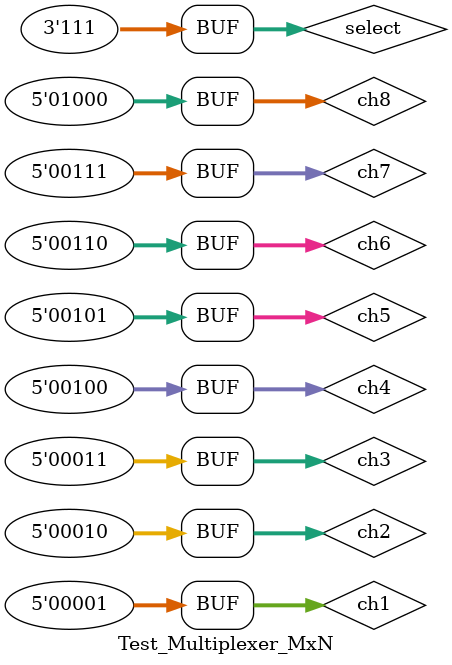
<source format=sv>

	
// 	logic [3:0] ch0;
// 	logic [3:0] ch1;
	
// 	logic enabler;
// 	logic [3:0] o;
	
// 	Multiplexer_MxN #(.M(2), .N(4)) mux(select, {ch1, ch0}, enabler, o);
	
// 	initial begin
// 		//$display($bits(select));

// 		enabler=1;
// 		ch0 = 4'b1010;
// 		ch1 = 4'b1111;
		
// 		select=1'd0; #10;
// 		select=1'd1; #10;
// 	end
	
// endmodule


//Mux 4x5
module Test_Multiplexer_MxN();

	logic [2:0] select;
	
	logic [4:0] ch1;
	logic [4:0] ch2;
	logic [4:0] ch3;
	logic [4:0] ch4;
	logic [4:0] ch5;
	logic [4:0] ch6;
	logic [4:0] ch7;
	logic [4:0] ch8;
	
	logic [4:0] o;
	
	Multiplexer_MxN #(.M(8), .N(5)) mux(select, {ch8, ch7, ch6, ch5, ch4, ch3, ch2, ch1}, o);
	
	initial begin
		//$display($bits(select));

		ch1 = 5'b00001;
		ch2 = 5'b00010;
		ch3 = 5'b00011;
		ch4 = 5'b00100;
		ch5 = 5'b00101;
		ch6 = 5'b00110;
		ch7 = 5'b00111;
		ch8 = 5'b01000;
		
		select=3'b000; #10;
		select=3'b001; #10;
		select=3'b010; #10;
		select=3'b011; #10;
		select=3'b100; #10;
		select=3'b101; #10;
		select=3'b110; #10;
		select=3'b111; #10;

	end
	
endmodule

</source>
